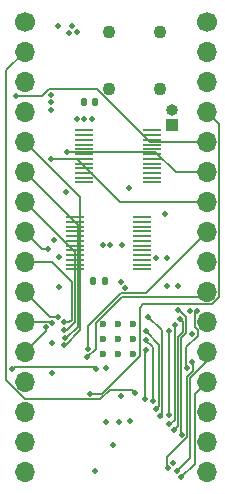
<source format=gbr>
%TF.GenerationSoftware,KiCad,Pcbnew,7.0.5-0*%
%TF.CreationDate,2024-03-10T13:53:24-07:00*%
%TF.ProjectId,PicoROM,5069636f-524f-44d2-9e6b-696361645f70,1.1*%
%TF.SameCoordinates,Original*%
%TF.FileFunction,Copper,L4,Bot*%
%TF.FilePolarity,Positive*%
%FSLAX46Y46*%
G04 Gerber Fmt 4.6, Leading zero omitted, Abs format (unit mm)*
G04 Created by KiCad (PCBNEW 7.0.5-0) date 2024-03-10 13:53:24*
%MOMM*%
%LPD*%
G01*
G04 APERTURE LIST*
G04 Aperture macros list*
%AMRoundRect*
0 Rectangle with rounded corners*
0 $1 Rounding radius*
0 $2 $3 $4 $5 $6 $7 $8 $9 X,Y pos of 4 corners*
0 Add a 4 corners polygon primitive as box body*
4,1,4,$2,$3,$4,$5,$6,$7,$8,$9,$2,$3,0*
0 Add four circle primitives for the rounded corners*
1,1,$1+$1,$2,$3*
1,1,$1+$1,$4,$5*
1,1,$1+$1,$6,$7*
1,1,$1+$1,$8,$9*
0 Add four rect primitives between the rounded corners*
20,1,$1+$1,$2,$3,$4,$5,0*
20,1,$1+$1,$4,$5,$6,$7,0*
20,1,$1+$1,$6,$7,$8,$9,0*
20,1,$1+$1,$8,$9,$2,$3,0*%
G04 Aperture macros list end*
%TA.AperFunction,SMDPad,CuDef*%
%ADD10RoundRect,0.062500X0.675000X0.062500X-0.675000X0.062500X-0.675000X-0.062500X0.675000X-0.062500X0*%
%TD*%
%TA.AperFunction,SMDPad,CuDef*%
%ADD11RoundRect,0.140000X0.140000X0.170000X-0.140000X0.170000X-0.140000X-0.170000X0.140000X-0.170000X0*%
%TD*%
%TA.AperFunction,ComponentPad*%
%ADD12C,0.600000*%
%TD*%
%TA.AperFunction,ComponentPad*%
%ADD13C,1.100000*%
%TD*%
%TA.AperFunction,ComponentPad*%
%ADD14R,1.000000X1.000000*%
%TD*%
%TA.AperFunction,ComponentPad*%
%ADD15O,1.000000X1.000000*%
%TD*%
%TA.AperFunction,ComponentPad*%
%ADD16C,1.700000*%
%TD*%
%TA.AperFunction,ComponentPad*%
%ADD17O,1.700000X1.700000*%
%TD*%
%TA.AperFunction,ViaPad*%
%ADD18C,0.500000*%
%TD*%
%TA.AperFunction,Conductor*%
%ADD19C,0.150000*%
%TD*%
G04 APERTURE END LIST*
D10*
%TO.P,U6,1,~{OE1}*%
%TO.N,GND*%
X-37442500Y46550000D03*
%TO.P,U6,2,A1*%
%TO.N,unconnected-(U6-A1-Pad2)*%
X-37442500Y46150000D03*
%TO.P,U6,3,A2*%
%TO.N,unconnected-(U6-A2-Pad3)*%
X-37442500Y45750000D03*
%TO.P,U6,4,A3*%
%TO.N,unconnected-(U6-A3-Pad4)*%
X-37442500Y45350000D03*
%TO.P,U6,5,A4*%
%TO.N,unconnected-(U6-A4-Pad5)*%
X-37442500Y44950000D03*
%TO.P,U6,6,A5*%
%TO.N,unconnected-(U6-A5-Pad6)*%
X-37442500Y44550000D03*
%TO.P,U6,7,A6*%
%TO.N,unconnected-(U6-A6-Pad7)*%
X-37442500Y44150000D03*
%TO.P,U6,8,A7*%
%TO.N,unconnected-(U6-A7-Pad8)*%
X-37442500Y43750000D03*
%TO.P,U6,9,A8*%
%TO.N,unconnected-(U6-A8-Pad9)*%
X-37442500Y43350000D03*
%TO.P,U6,10,A9*%
%TO.N,unconnected-(U6-A9-Pad10)*%
X-37442500Y42950000D03*
%TO.P,U6,11,A10*%
%TO.N,unconnected-(U6-A10-Pad11)*%
X-37442500Y42550000D03*
%TO.P,U6,12,GND*%
%TO.N,GND*%
X-37442500Y42150000D03*
%TO.P,U6,13,~{OE2}*%
X-43167500Y42150000D03*
%TO.P,U6,14,Y10*%
%TO.N,unconnected-(U6-Y10-Pad14)*%
X-43167500Y42550000D03*
%TO.P,U6,15,Y9*%
%TO.N,unconnected-(U6-Y9-Pad15)*%
X-43167500Y42950000D03*
%TO.P,U6,16,Y8*%
%TO.N,unconnected-(U6-Y8-Pad16)*%
X-43167500Y43350000D03*
%TO.P,U6,17,Y7*%
%TO.N,unconnected-(U6-Y7-Pad17)*%
X-43167500Y43750000D03*
%TO.P,U6,18,Y6*%
%TO.N,unconnected-(U6-Y6-Pad18)*%
X-43167500Y44150000D03*
%TO.P,U6,19,Y5*%
%TO.N,unconnected-(U6-Y5-Pad19)*%
X-43167500Y44550000D03*
%TO.P,U6,20,Y4*%
%TO.N,unconnected-(U6-Y4-Pad20)*%
X-43167500Y44950000D03*
%TO.P,U6,21,Y3*%
%TO.N,unconnected-(U6-Y3-Pad21)*%
X-43167500Y45350000D03*
%TO.P,U6,22,Y2*%
%TO.N,unconnected-(U6-Y2-Pad22)*%
X-43167500Y45750000D03*
%TO.P,U6,23,Y1*%
%TO.N,unconnected-(U6-Y1-Pad23)*%
X-43167500Y46150000D03*
%TO.P,U6,24,VCC*%
%TO.N,+3V3*%
X-43167500Y46550000D03*
%TD*%
%TO.P,U5,1,~{OE1}*%
%TO.N,GND*%
X-38255000Y39200000D03*
%TO.P,U5,2,A1*%
%TO.N,unconnected-(U5-A1-Pad2)*%
X-38255000Y38800000D03*
%TO.P,U5,3,A2*%
%TO.N,unconnected-(U5-A2-Pad3)*%
X-38255000Y38400000D03*
%TO.P,U5,4,A3*%
%TO.N,unconnected-(U5-A3-Pad4)*%
X-38255000Y38000000D03*
%TO.P,U5,5,A4*%
%TO.N,unconnected-(U5-A4-Pad5)*%
X-38255000Y37600000D03*
%TO.P,U5,6,A5*%
%TO.N,unconnected-(U5-A5-Pad6)*%
X-38255000Y37200000D03*
%TO.P,U5,7,A6*%
%TO.N,unconnected-(U5-A6-Pad7)*%
X-38255000Y36800000D03*
%TO.P,U5,8,A7*%
%TO.N,unconnected-(U5-A7-Pad8)*%
X-38255000Y36400000D03*
%TO.P,U5,9,A8*%
%TO.N,unconnected-(U5-A8-Pad9)*%
X-38255000Y36000000D03*
%TO.P,U5,10,A9*%
%TO.N,unconnected-(U5-A9-Pad10)*%
X-38255000Y35600000D03*
%TO.P,U5,11,A10*%
%TO.N,unconnected-(U5-A10-Pad11)*%
X-38255000Y35200000D03*
%TO.P,U5,12,GND*%
%TO.N,GND*%
X-38255000Y34800000D03*
%TO.P,U5,13,~{OE2}*%
X-43980000Y34800000D03*
%TO.P,U5,14,Y10*%
%TO.N,unconnected-(U5-Y10-Pad14)*%
X-43980000Y35200000D03*
%TO.P,U5,15,Y9*%
%TO.N,unconnected-(U5-Y9-Pad15)*%
X-43980000Y35600000D03*
%TO.P,U5,16,Y8*%
%TO.N,unconnected-(U5-Y8-Pad16)*%
X-43980000Y36000000D03*
%TO.P,U5,17,Y7*%
%TO.N,unconnected-(U5-Y7-Pad17)*%
X-43980000Y36400000D03*
%TO.P,U5,18,Y6*%
%TO.N,unconnected-(U5-Y6-Pad18)*%
X-43980000Y36800000D03*
%TO.P,U5,19,Y5*%
%TO.N,unconnected-(U5-Y5-Pad19)*%
X-43980000Y37200000D03*
%TO.P,U5,20,Y4*%
%TO.N,unconnected-(U5-Y4-Pad20)*%
X-43980000Y37600000D03*
%TO.P,U5,21,Y3*%
%TO.N,unconnected-(U5-Y3-Pad21)*%
X-43980000Y38000000D03*
%TO.P,U5,22,Y2*%
%TO.N,unconnected-(U5-Y2-Pad22)*%
X-43980000Y38400000D03*
%TO.P,U5,23,Y1*%
%TO.N,unconnected-(U5-Y1-Pad23)*%
X-43980000Y38800000D03*
%TO.P,U5,24,VCC*%
%TO.N,+3V3*%
X-43980000Y39200000D03*
%TD*%
D11*
%TO.P,C20,1*%
%TO.N,+3V3*%
X-42245000Y48950000D03*
%TO.P,C20,2*%
%TO.N,GND*%
X-43205000Y48950000D03*
%TD*%
%TO.P,C19,1*%
%TO.N,+3V3*%
X-41455000Y33800000D03*
%TO.P,C19,2*%
%TO.N,GND*%
X-42415000Y33800000D03*
%TD*%
D12*
%TO.P,U3,57,GND*%
%TO.N,GND*%
X-41580000Y30161500D03*
X-41580000Y28886500D03*
X-41580000Y27611500D03*
X-40305000Y30161500D03*
X-40305000Y28886500D03*
X-40305000Y27611500D03*
X-39030000Y30161500D03*
X-39030000Y28886500D03*
X-39030000Y27611500D03*
%TD*%
D13*
%TO.P,J1,S1,SHIELD*%
%TO.N,GND*%
X-36790000Y54849000D03*
X-41090000Y54849000D03*
X-36790000Y50049000D03*
X-41090000Y50049000D03*
%TD*%
D14*
%TO.P,J2,1,Pin_1*%
%TO.N,/~{USB_BOOT}*%
X-35755000Y47050000D03*
D15*
%TO.P,J2,2,Pin_2*%
%TO.N,GND*%
X-35755000Y48320000D03*
%TD*%
D16*
%TO.P,J4,1,Pin_1*%
%TO.N,/VSYS*%
X-32766000Y55718000D03*
D17*
%TO.P,J4,2,Pin_2*%
%TO.N,unconnected-(J4-Pin_2-Pad2)*%
X-32766000Y53178000D03*
%TO.P,J4,3,Pin_3*%
%TO.N,/A17*%
X-32766000Y50638000D03*
%TO.P,J4,4,Pin_4*%
%TO.N,/A14*%
X-32766000Y48098000D03*
%TO.P,J4,5,Pin_5*%
%TO.N,/A13*%
X-32766000Y45558000D03*
%TO.P,J4,6,Pin_6*%
%TO.N,/A8*%
X-32766000Y43018000D03*
%TO.P,J4,7,Pin_7*%
%TO.N,/A9*%
X-32766000Y40478000D03*
%TO.P,J4,8,Pin_8*%
%TO.N,/A11*%
X-32766000Y37938000D03*
%TO.P,J4,9,Pin_9*%
%TO.N,/~{OE}*%
X-32766000Y35398000D03*
%TO.P,J4,10,Pin_10*%
%TO.N,/A10*%
X-32766000Y32858000D03*
%TO.P,J4,11,Pin_11*%
%TO.N,/~{CE}*%
X-32766000Y30318000D03*
%TO.P,J4,12,Pin_12*%
%TO.N,/BUF_D7*%
X-32766000Y27778000D03*
%TO.P,J4,13,Pin_13*%
%TO.N,/BUF_D6*%
X-32766000Y25238000D03*
%TO.P,J4,14,Pin_14*%
%TO.N,/BUF_D5*%
X-32766000Y22698000D03*
%TO.P,J4,15,Pin_15*%
%TO.N,/BUF_D4*%
X-32766000Y20158000D03*
%TO.P,J4,16,Pin_16*%
%TO.N,/BUF_D3*%
X-32766000Y17618000D03*
%TD*%
D16*
%TO.P,J3,1,Pin_1*%
%TO.N,unconnected-(J3-Pin_1-Pad1)*%
X-48205000Y55749000D03*
D17*
%TO.P,J3,2,Pin_2*%
%TO.N,/A16*%
X-48205000Y53209000D03*
%TO.P,J3,3,Pin_3*%
%TO.N,/A15*%
X-48205000Y50669000D03*
%TO.P,J3,4,Pin_4*%
%TO.N,/A12*%
X-48205000Y48129000D03*
%TO.P,J3,5,Pin_5*%
%TO.N,/A7*%
X-48205000Y45589000D03*
%TO.P,J3,6,Pin_6*%
%TO.N,/A6*%
X-48205000Y43049000D03*
%TO.P,J3,7,Pin_7*%
%TO.N,/A5*%
X-48205000Y40509000D03*
%TO.P,J3,8,Pin_8*%
%TO.N,/A4*%
X-48205000Y37969000D03*
%TO.P,J3,9,Pin_9*%
%TO.N,/A3*%
X-48205000Y35429000D03*
%TO.P,J3,10,Pin_10*%
%TO.N,/A2*%
X-48205000Y32889000D03*
%TO.P,J3,11,Pin_11*%
%TO.N,/A1*%
X-48205000Y30349000D03*
%TO.P,J3,12,Pin_12*%
%TO.N,/A0*%
X-48205000Y27809000D03*
%TO.P,J3,13,Pin_13*%
%TO.N,/BUF_D0*%
X-48205000Y25269000D03*
%TO.P,J3,14,Pin_14*%
%TO.N,/BUF_D1*%
X-48205000Y22729000D03*
%TO.P,J3,15,Pin_15*%
%TO.N,/BUF_D2*%
X-48205000Y20189000D03*
%TO.P,J3,16,Pin_16*%
%TO.N,GND*%
X-48205000Y17649000D03*
%TD*%
D18*
%TO.N,GND*%
X-45755000Y37299000D03*
X-40005000Y36849000D03*
X-44460000Y54765000D03*
X-39399500Y41649000D03*
X-45905000Y26051000D03*
X-41005000Y36849000D03*
X-41605000Y36849000D03*
X-41305000Y21899000D03*
X-45984000Y49558000D03*
X-45305000Y35827000D03*
X-42280000Y17699000D03*
X-40205000Y21874000D03*
X-40755000Y19949000D03*
X-45984000Y48288000D03*
X-34252752Y31245017D03*
X-45412534Y55395233D03*
X-37105000Y35749000D03*
X-36305000Y39449000D03*
X-45984000Y48923000D03*
X-39305000Y21924000D03*
X-35655000Y18399000D03*
X-41305000Y26399000D03*
X-44206000Y55400000D03*
X-36205000Y35749000D03*
X-43825000Y54892000D03*
%TO.N,+3V3*%
X-43190000Y47526000D03*
X-35205000Y33349000D03*
X-45305000Y33287000D03*
X-36205000Y33349000D03*
X-45905000Y28549000D03*
X-34055000Y29349000D03*
X-40105000Y33749000D03*
X-43825000Y47526000D03*
X-44755000Y41299000D03*
X-39705000Y33249000D03*
X-42555000Y47526000D03*
X-40055000Y24074000D03*
%TO.N,/A16*%
X-38905000Y24324000D03*
%TO.N,/A15*%
X-49305000Y26349000D03*
X-42155000Y26374000D03*
%TO.N,/A7*%
X-44895000Y28369000D03*
%TO.N,/A6*%
X-44788222Y29009665D03*
%TO.N,/A5*%
X-44886941Y29651622D03*
%TO.N,/A4*%
X-46255000Y36549000D03*
%TO.N,/A3*%
X-44907246Y30300807D03*
%TO.N,/A2*%
X-45395966Y30728599D03*
%TO.N,/A1*%
X-45895000Y30229000D03*
%TO.N,/A0*%
X-46435419Y29868721D03*
%TO.N,/D0*%
X-37955000Y27999000D03*
X-38030000Y23799000D03*
%TO.N,/D1*%
X-37980000Y28799000D03*
X-37355000Y23649000D03*
%TO.N,/D2*%
X-37105000Y22949000D03*
X-37980000Y29549000D03*
%TO.N,/A14*%
X-42655000Y24249000D03*
%TO.N,/A13*%
X-48930000Y49449000D03*
%TO.N,/A8*%
X-44625000Y44769000D03*
%TO.N,/A9*%
X-45995000Y44129000D03*
%TO.N,/A11*%
X-42835000Y28089000D03*
%TO.N,/A10*%
X-42905000Y27329000D03*
%TO.N,/D7*%
X-34930000Y20799000D03*
X-35230000Y31324000D03*
%TO.N,/D6*%
X-35105000Y30624000D03*
X-35580000Y21174000D03*
%TO.N,/D5*%
X-36011506Y21659444D03*
X-35510741Y30116824D03*
%TO.N,/D4*%
X-35980000Y29549000D03*
X-36030000Y22424000D03*
%TO.N,/D3*%
X-37755000Y30774000D03*
X-36755000Y22374000D03*
%TO.N,/BUF_D7*%
X-35355000Y17699000D03*
%TO.N,/BUF_D6*%
X-34965298Y17179398D03*
%TO.N,/~{BUF_OE}*%
X-34049259Y26906176D03*
X-36114267Y17939733D03*
%TO.N,/INFO_LED*%
X-34455000Y26399000D03*
X-33605497Y31299000D03*
%TD*%
D19*
%TO.N,/A16*%
X-49780000Y25394431D02*
X-49780000Y51634000D01*
X-41031839Y24549000D02*
X-41806839Y23774000D01*
X-39130000Y24549000D02*
X-41031839Y24549000D01*
X-41806839Y23774000D02*
X-48159569Y23774000D01*
X-38905000Y24324000D02*
X-39130000Y24549000D01*
X-48159569Y23774000D02*
X-49780000Y25394431D01*
X-49780000Y51634000D02*
X-48205000Y53209000D01*
%TO.N,/A15*%
X-49305000Y26349000D02*
X-49128000Y26526000D01*
X-49128000Y26526000D02*
X-42307000Y26526000D01*
X-42307000Y26526000D02*
X-42155000Y26374000D01*
%TO.N,/A7*%
X-43495000Y29629000D02*
X-43495000Y40879000D01*
X-44825000Y28299000D02*
X-43495000Y29629000D01*
X-43495000Y40879000D02*
X-48205000Y45589000D01*
%TO.N,/A6*%
X-43745000Y29929000D02*
X-43745000Y38589000D01*
X-44735000Y28939000D02*
X-43745000Y29929000D01*
X-43745000Y38589000D02*
X-48205000Y43049000D01*
%TO.N,/A5*%
X-43995000Y30329000D02*
X-43995000Y36299000D01*
X-43995000Y36299000D02*
X-48205000Y40509000D01*
X-44886941Y29651622D02*
X-44672378Y29651622D01*
X-44672378Y29651622D02*
X-43995000Y30329000D01*
%TO.N,/A4*%
X-48205000Y37969000D02*
X-46785000Y36549000D01*
X-46785000Y36549000D02*
X-46255000Y36549000D01*
%TO.N,/A3*%
X-44245000Y33739000D02*
X-45935000Y35429000D01*
X-44245000Y30529000D02*
X-44245000Y33739000D01*
X-44907246Y30300807D02*
X-44473193Y30300807D01*
X-45935000Y35429000D02*
X-48205000Y35429000D01*
X-44473193Y30300807D02*
X-44245000Y30529000D01*
%TO.N,/A2*%
X-45395966Y30728599D02*
X-46044599Y30728599D01*
X-46044599Y30728599D02*
X-48205000Y32889000D01*
%TO.N,/A1*%
X-45895000Y30229000D02*
X-46015000Y30349000D01*
X-46015000Y30349000D02*
X-48205000Y30349000D01*
%TO.N,/A0*%
X-46435419Y29868721D02*
X-46435419Y29578581D01*
X-46435419Y29578581D02*
X-48205000Y27809000D01*
%TO.N,/D0*%
X-38030000Y23799000D02*
X-38030000Y27924000D01*
X-38030000Y27924000D02*
X-37955000Y27999000D01*
%TO.N,/D1*%
X-37355000Y23649000D02*
X-37355000Y28199000D01*
X-37355000Y28199000D02*
X-38005000Y28849000D01*
%TO.N,/D2*%
X-36855000Y23199000D02*
X-37105000Y22949000D01*
X-37980000Y29549000D02*
X-36855000Y28424000D01*
X-36855000Y28424000D02*
X-36855000Y23199000D01*
%TO.N,/A14*%
X-41685393Y24249000D02*
X-38455000Y27479393D01*
X-32341431Y31833000D02*
X-31741000Y32433431D01*
X-38171000Y31833000D02*
X-32341431Y31833000D01*
X-31741000Y47073000D02*
X-32766000Y48098000D01*
X-42655000Y24249000D02*
X-41685393Y24249000D01*
X-38455000Y27479393D02*
X-38455000Y31549000D01*
X-31741000Y32433431D02*
X-31741000Y47073000D01*
X-38455000Y31549000D02*
X-38171000Y31833000D01*
%TO.N,/A13*%
X-46764752Y49449000D02*
X-46180752Y50033000D01*
X-46180752Y50033000D02*
X-42114000Y50033000D01*
X-42114000Y50033000D02*
X-37639000Y45558000D01*
X-37639000Y45558000D02*
X-32766000Y45558000D01*
X-48930000Y49449000D02*
X-46764752Y49449000D01*
%TO.N,/A8*%
X-35399405Y43018000D02*
X-32766000Y43018000D01*
X-44625000Y44769000D02*
X-37150405Y44769000D01*
X-37150405Y44769000D02*
X-35399405Y43018000D01*
%TO.N,/A9*%
X-45995000Y44129000D02*
X-43813248Y44129000D01*
X-40162248Y40478000D02*
X-32766000Y40478000D01*
X-43813248Y44129000D02*
X-40162248Y40478000D01*
%TO.N,/A11*%
X-40028160Y32774000D02*
X-37930000Y32774000D01*
X-37930000Y32774000D02*
X-32766000Y37938000D01*
X-42835000Y28089000D02*
X-42835000Y29967160D01*
X-42835000Y29967160D02*
X-40028160Y32774000D01*
%TO.N,/A10*%
X-40019607Y32429000D02*
X-33195000Y32429000D01*
X-42905000Y27329000D02*
X-42175000Y28059000D01*
X-33195000Y32429000D02*
X-32766000Y32858000D01*
X-42175000Y30273607D02*
X-40019607Y32429000D01*
X-42175000Y28059000D02*
X-42175000Y30273607D01*
%TO.N,/D7*%
X-35005000Y28945446D02*
X-34530000Y29420446D01*
X-34530000Y30720752D02*
X-35133248Y31324000D01*
X-34530000Y29420446D02*
X-34530000Y30720752D01*
X-34930000Y20799000D02*
X-35005000Y20874000D01*
X-35133248Y31324000D02*
X-35230000Y31324000D01*
X-35005000Y20874000D02*
X-35005000Y28945446D01*
%TO.N,/D6*%
X-35255000Y21499000D02*
X-35580000Y21174000D01*
X-35255000Y29049000D02*
X-35255000Y25224000D01*
X-35255000Y25224000D02*
X-35255000Y21499000D01*
X-34780000Y30374000D02*
X-34780000Y29524000D01*
X-34780000Y29524000D02*
X-35255000Y29049000D01*
X-35080000Y30674000D02*
X-34780000Y30374000D01*
%TO.N,/D5*%
X-35919556Y21659444D02*
X-36011506Y21659444D01*
X-35505000Y30111083D02*
X-35505000Y27449000D01*
X-35505000Y27449000D02*
X-35505000Y22074000D01*
X-35510741Y30116824D02*
X-35505000Y30111083D01*
X-35505000Y22074000D02*
X-35919556Y21659444D01*
%TO.N,/D4*%
X-35980000Y22474000D02*
X-36030000Y22424000D01*
X-35980000Y29549000D02*
X-35980000Y22474000D01*
%TO.N,/D3*%
X-36605000Y22274000D02*
X-36605000Y29624000D01*
X-36605000Y29624000D02*
X-37755000Y30774000D01*
%TO.N,/BUF_D7*%
X-34205000Y25623694D02*
X-32766000Y27062694D01*
X-32766000Y27062694D02*
X-32766000Y27778000D01*
X-34205000Y18849000D02*
X-34205000Y25623694D01*
X-35355000Y17699000D02*
X-34205000Y18849000D01*
%TO.N,/BUF_D6*%
X-34965298Y17179398D02*
X-33791000Y18353696D01*
X-33791000Y18353696D02*
X-33791000Y24213000D01*
X-33791000Y24213000D02*
X-32766000Y25238000D01*
%TO.N,/~{BUF_OE}*%
X-36130000Y18927248D02*
X-34455000Y20602248D01*
X-34455000Y25149000D02*
X-34455000Y25749000D01*
X-36130000Y17955466D02*
X-36130000Y18927248D01*
X-34383248Y25799000D02*
X-33980000Y26202248D01*
X-36114267Y17939733D02*
X-36130000Y17955466D01*
X-33980000Y26202248D02*
X-33980000Y26836917D01*
X-34455000Y20602248D02*
X-34455000Y25149000D01*
X-33980000Y26836917D02*
X-34049259Y26906176D01*
X-34405000Y25799000D02*
X-34383248Y25799000D01*
X-34455000Y25749000D02*
X-34405000Y25799000D01*
%TO.N,/INFO_LED*%
X-33580000Y29674000D02*
X-33791000Y29885000D01*
X-34455000Y26399000D02*
X-34530000Y26474000D01*
X-33791000Y31113497D02*
X-33605497Y31299000D01*
X-33580000Y29152248D02*
X-33580000Y29674000D01*
X-34530000Y28202248D02*
X-33580000Y29152248D01*
X-34530000Y26474000D02*
X-34530000Y28202248D01*
X-33791000Y29885000D02*
X-33791000Y31113497D01*
%TD*%
M02*

</source>
